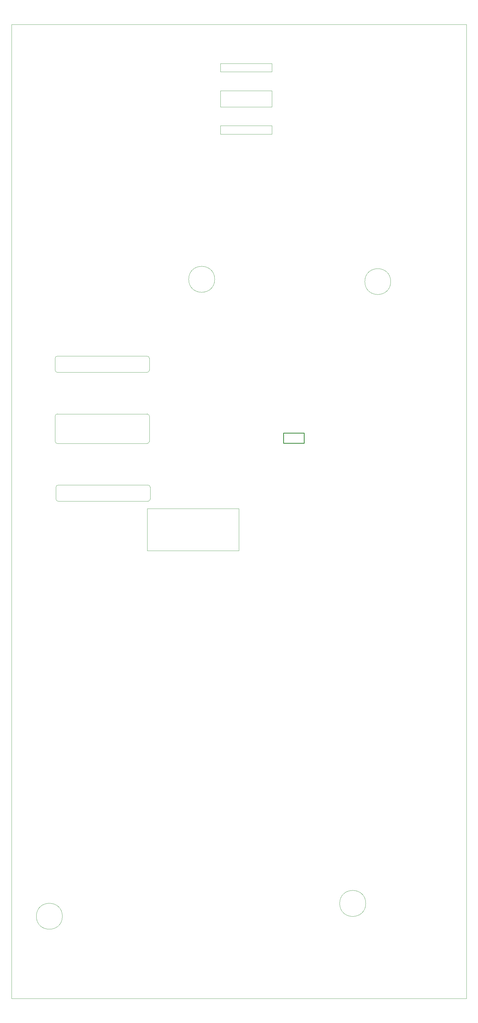
<source format=gm1>
G04 #@! TF.GenerationSoftware,KiCad,Pcbnew,9.0.3*
G04 #@! TF.CreationDate,2025-10-08T14:24:11+02:00*
G04 #@! TF.ProjectId,LLC_DCDC_V4,4c4c435f-4443-4444-935f-56342e6b6963,rev?*
G04 #@! TF.SameCoordinates,Original*
G04 #@! TF.FileFunction,Profile,NP*
%FSLAX46Y46*%
G04 Gerber Fmt 4.6, Leading zero omitted, Abs format (unit mm)*
G04 Created by KiCad (PCBNEW 9.0.3) date 2025-10-08 14:24:11*
%MOMM*%
%LPD*%
G01*
G04 APERTURE LIST*
G04 #@! TA.AperFunction,Profile*
%ADD10C,0.100000*%
G04 #@! TD*
G04 #@! TA.AperFunction,Profile*
%ADD11C,0.050000*%
G04 #@! TD*
G04 #@! TA.AperFunction,Profile*
%ADD12C,0.250000*%
G04 #@! TD*
G04 APERTURE END LIST*
D10*
X194010013Y-131315000D02*
G75*
G02*
X186049987Y-131315000I-3980013J0D01*
G01*
X186049987Y-131315000D02*
G75*
G02*
X194010013Y-131315000I3980013J0D01*
G01*
X186335012Y-322820000D02*
G75*
G02*
X178314988Y-322820000I-4010012J0D01*
G01*
X178314988Y-322820000D02*
G75*
G02*
X186335012Y-322820000I4010012J0D01*
G01*
D11*
X119069929Y-201270000D02*
X147330000Y-201270000D01*
X147330000Y-214170000D01*
X119069929Y-214170000D01*
X119069929Y-201270000D01*
D12*
X160970000Y-177920000D02*
X167360000Y-177920000D01*
X167360000Y-181120000D01*
X160970000Y-181120000D01*
X160970000Y-177920000D01*
D10*
X139860000Y-130615000D02*
G75*
G02*
X131860000Y-130615000I-4000000J0D01*
G01*
X131860000Y-130615000D02*
G75*
G02*
X139860000Y-130615000I4000000J0D01*
G01*
D11*
X77330000Y-52115000D02*
X217330000Y-52115000D01*
X217330000Y-352115000D01*
X77330000Y-352115000D01*
X77330000Y-52115000D01*
D10*
X92990000Y-326770000D02*
G75*
G02*
X84990000Y-326770000I-4000000J0D01*
G01*
X84990000Y-326770000D02*
G75*
G02*
X92990000Y-326770000I4000000J0D01*
G01*
D11*
X120020000Y-198279928D02*
G75*
G02*
X119329928Y-198970000I-690100J28D01*
G01*
X119760000Y-180479928D02*
G75*
G02*
X119069928Y-181170000I-690100J28D01*
G01*
X119760000Y-180479928D02*
G75*
G02*
X119069928Y-181170000I-690100J28D01*
G01*
X119760000Y-180479928D02*
G75*
G02*
X119069928Y-181170000I-690100J28D01*
G01*
X119760000Y-180479928D02*
G75*
G02*
X119069928Y-181170000I-690100J28D01*
G01*
X119760000Y-158579928D02*
G75*
G02*
X119069928Y-159270000I-690069J-3D01*
G01*
X119760000Y-158579928D02*
G75*
G02*
X119069928Y-159270000I-690071J-1D01*
G01*
X119760000Y-158579928D02*
G75*
G02*
X119069928Y-159270000I-690071J-1D01*
G01*
X119329928Y-193970000D02*
G75*
G02*
X120020000Y-194660072I22J-690050D01*
G01*
X119069928Y-172070000D02*
G75*
G02*
X119760000Y-172760072I18J-690054D01*
G01*
X119069928Y-172070000D02*
G75*
G02*
X119760000Y-172760072I1J-690071D01*
G01*
X119069928Y-172070000D02*
G75*
G02*
X119760000Y-172760072I1J-690071D01*
G01*
X119069928Y-172070000D02*
G75*
G02*
X119760000Y-172760072I1J-690071D01*
G01*
X119069928Y-154270000D02*
G75*
G02*
X119760000Y-154960072I1J-690071D01*
G01*
X119069928Y-154270000D02*
G75*
G02*
X119760000Y-154960072I1J-690071D01*
G01*
X119069928Y-154270000D02*
G75*
G02*
X119760000Y-154960072I1J-690071D01*
G01*
X91710072Y-198970000D02*
G75*
G02*
X91020000Y-198279928I-72J690000D01*
G01*
X91450072Y-181170000D02*
G75*
G02*
X90760000Y-180479928I-2J690070D01*
G01*
X91450072Y-181170000D02*
G75*
G02*
X90760000Y-180479928I-2J690070D01*
G01*
X91450072Y-181170000D02*
G75*
G02*
X90760000Y-180479928I-2J690070D01*
G01*
X91450072Y-181170000D02*
G75*
G02*
X90760000Y-180479928I-92J689980D01*
G01*
X91450072Y-159270000D02*
G75*
G02*
X90760000Y-158579928I-1J690071D01*
G01*
X91450072Y-159270000D02*
G75*
G02*
X90760000Y-158579928I-1J690071D01*
G01*
X91450072Y-159270000D02*
G75*
G02*
X90760000Y-158579928I-5J690067D01*
G01*
X91020000Y-194660072D02*
G75*
G02*
X91710072Y-193970000I690200J-128D01*
G01*
X90760000Y-172760072D02*
G75*
G02*
X91450072Y-172070000I690151J-79D01*
G01*
X90760000Y-172760072D02*
G75*
G02*
X91450072Y-172070000I690069J3D01*
G01*
X90760000Y-172760072D02*
G75*
G02*
X91450072Y-172070000I690069J3D01*
G01*
X90760000Y-172760072D02*
G75*
G02*
X91450072Y-172070000I690069J3D01*
G01*
X90760000Y-154960072D02*
G75*
G02*
X91450072Y-154270000I690072J0D01*
G01*
X90760000Y-154960072D02*
G75*
G02*
X91450072Y-154270000I690071J1D01*
G01*
X90760000Y-154960072D02*
G75*
G02*
X91450072Y-154270000I690071J1D01*
G01*
X120020000Y-194660072D02*
X120020000Y-198279928D01*
X119760000Y-172760072D02*
X119760000Y-180479899D01*
X119760000Y-172760072D02*
X119760000Y-180479899D01*
X119760000Y-172760072D02*
X119760000Y-180479899D01*
X119760000Y-172760072D02*
X119760000Y-180479899D01*
X119760000Y-154960072D02*
X119760000Y-158579928D01*
X119760000Y-154960072D02*
X119760000Y-158579928D01*
X119760000Y-154960072D02*
X119760000Y-158579928D01*
X119329928Y-198969999D02*
X91710100Y-198969999D01*
X119069928Y-181169999D02*
X91450100Y-181169999D01*
X119069928Y-181169999D02*
X91450100Y-181169999D01*
X119069928Y-181169999D02*
X91450100Y-181169999D01*
X119069928Y-181169999D02*
X91450100Y-181169999D01*
X119069928Y-159269999D02*
X91450100Y-159269999D01*
X119069928Y-159269999D02*
X91450100Y-159269999D01*
X119069928Y-159269999D02*
X91450100Y-159269999D01*
X91710072Y-193970000D02*
X119329928Y-193970000D01*
X91450072Y-172070000D02*
X119069928Y-172070000D01*
X91450072Y-172070000D02*
X119069928Y-172070000D01*
X91450072Y-172070000D02*
X119069928Y-172070000D01*
X91450072Y-172070000D02*
X119069928Y-172070000D01*
X91450072Y-154270000D02*
X119069928Y-154270000D01*
X91450072Y-154270000D02*
X119069928Y-154270000D01*
X91450072Y-154270000D02*
X119069928Y-154270000D01*
X91020000Y-198279900D02*
X91020000Y-194660072D01*
X90760000Y-180479928D02*
X90760000Y-172760072D01*
X90760000Y-180479928D02*
X90760000Y-172760072D01*
X90760000Y-180479928D02*
X90760000Y-172760072D01*
X90760000Y-180479928D02*
X90760000Y-172760072D01*
X90760000Y-158579900D02*
X90760000Y-154960072D01*
X90760000Y-158579900D02*
X90760000Y-154960072D01*
X90760000Y-158579900D02*
X90760000Y-154960072D01*
X141657500Y-85905000D02*
X157457500Y-85905000D01*
X157457500Y-83315000D01*
X141657500Y-83315000D01*
X141657500Y-85905000D01*
X141657500Y-77515000D02*
X157457500Y-77515000D01*
X157457500Y-72505000D01*
X141657500Y-72505000D01*
X141657500Y-77515000D01*
X141657500Y-66715000D02*
X157447500Y-66715000D01*
X157447500Y-64115000D01*
X141657500Y-64115000D01*
X141657500Y-66715000D01*
M02*

</source>
